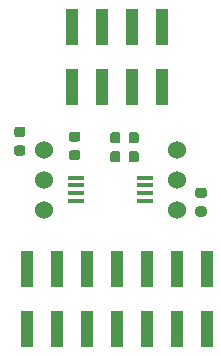
<source format=gbr>
G04 #@! TF.GenerationSoftware,KiCad,Pcbnew,5.1.12-84ad8e8a86~92~ubuntu20.04.1*
G04 #@! TF.CreationDate,2022-01-25T20:13:51-05:00*
G04 #@! TF.ProjectId,ABPDANT060MGAA5_sensor_module,41425044-414e-4543-9036-304d47414135,rev?*
G04 #@! TF.SameCoordinates,Original*
G04 #@! TF.FileFunction,Soldermask,Bot*
G04 #@! TF.FilePolarity,Negative*
%FSLAX46Y46*%
G04 Gerber Fmt 4.6, Leading zero omitted, Abs format (unit mm)*
G04 Created by KiCad (PCBNEW 5.1.12-84ad8e8a86~92~ubuntu20.04.1) date 2022-01-25 20:13:51*
%MOMM*%
%LPD*%
G01*
G04 APERTURE LIST*
%ADD10C,1.524000*%
%ADD11R,1.000000X3.150000*%
%ADD12R,1.450000X0.450000*%
G04 APERTURE END LIST*
D10*
X118095000Y-42490000D03*
X118095000Y-45030000D03*
X118095000Y-47570000D03*
X106845000Y-47570000D03*
X106845000Y-45030000D03*
X106845000Y-42490000D03*
G36*
G01*
X105021090Y-42941860D02*
X104508590Y-42941860D01*
G75*
G02*
X104289840Y-42723110I0J218750D01*
G01*
X104289840Y-42285610D01*
G75*
G02*
X104508590Y-42066860I218750J0D01*
G01*
X105021090Y-42066860D01*
G75*
G02*
X105239840Y-42285610I0J-218750D01*
G01*
X105239840Y-42723110D01*
G75*
G02*
X105021090Y-42941860I-218750J0D01*
G01*
G37*
G36*
G01*
X105021090Y-41366860D02*
X104508590Y-41366860D01*
G75*
G02*
X104289840Y-41148110I0J218750D01*
G01*
X104289840Y-40710610D01*
G75*
G02*
X104508590Y-40491860I218750J0D01*
G01*
X105021090Y-40491860D01*
G75*
G02*
X105239840Y-40710610I0J-218750D01*
G01*
X105239840Y-41148110D01*
G75*
G02*
X105021090Y-41366860I-218750J0D01*
G01*
G37*
G36*
G01*
X120357610Y-46525700D02*
X119845110Y-46525700D01*
G75*
G02*
X119626360Y-46306950I0J218750D01*
G01*
X119626360Y-45869450D01*
G75*
G02*
X119845110Y-45650700I218750J0D01*
G01*
X120357610Y-45650700D01*
G75*
G02*
X120576360Y-45869450I0J-218750D01*
G01*
X120576360Y-46306950D01*
G75*
G02*
X120357610Y-46525700I-218750J0D01*
G01*
G37*
G36*
G01*
X120357610Y-48100700D02*
X119845110Y-48100700D01*
G75*
G02*
X119626360Y-47881950I0J218750D01*
G01*
X119626360Y-47444450D01*
G75*
G02*
X119845110Y-47225700I218750J0D01*
G01*
X120357610Y-47225700D01*
G75*
G02*
X120576360Y-47444450I0J-218750D01*
G01*
X120576360Y-47881950D01*
G75*
G02*
X120357610Y-48100700I-218750J0D01*
G01*
G37*
G36*
G01*
X112396820Y-43286390D02*
X112396820Y-42773890D01*
G75*
G02*
X112615570Y-42555140I218750J0D01*
G01*
X113053070Y-42555140D01*
G75*
G02*
X113271820Y-42773890I0J-218750D01*
G01*
X113271820Y-43286390D01*
G75*
G02*
X113053070Y-43505140I-218750J0D01*
G01*
X112615570Y-43505140D01*
G75*
G02*
X112396820Y-43286390I0J218750D01*
G01*
G37*
G36*
G01*
X113971820Y-43286390D02*
X113971820Y-42773890D01*
G75*
G02*
X114190570Y-42555140I218750J0D01*
G01*
X114628070Y-42555140D01*
G75*
G02*
X114846820Y-42773890I0J-218750D01*
G01*
X114846820Y-43286390D01*
G75*
G02*
X114628070Y-43505140I-218750J0D01*
G01*
X114190570Y-43505140D01*
G75*
G02*
X113971820Y-43286390I0J218750D01*
G01*
G37*
G36*
G01*
X113971820Y-41676030D02*
X113971820Y-41163530D01*
G75*
G02*
X114190570Y-40944780I218750J0D01*
G01*
X114628070Y-40944780D01*
G75*
G02*
X114846820Y-41163530I0J-218750D01*
G01*
X114846820Y-41676030D01*
G75*
G02*
X114628070Y-41894780I-218750J0D01*
G01*
X114190570Y-41894780D01*
G75*
G02*
X113971820Y-41676030I0J218750D01*
G01*
G37*
G36*
G01*
X112396820Y-41676030D02*
X112396820Y-41163530D01*
G75*
G02*
X112615570Y-40944780I218750J0D01*
G01*
X113053070Y-40944780D01*
G75*
G02*
X113271820Y-41163530I0J-218750D01*
G01*
X113271820Y-41676030D01*
G75*
G02*
X113053070Y-41894780I-218750J0D01*
G01*
X112615570Y-41894780D01*
G75*
G02*
X112396820Y-41676030I0J218750D01*
G01*
G37*
D11*
X105330000Y-52555000D03*
X105330000Y-57605000D03*
X107870000Y-52555000D03*
X107870000Y-57605000D03*
X110410000Y-52555000D03*
X110410000Y-57605000D03*
X112950000Y-52555000D03*
X112950000Y-57605000D03*
X115490000Y-52555000D03*
X115490000Y-57605000D03*
X118030000Y-52555000D03*
X118030000Y-57605000D03*
X120570000Y-52555000D03*
X120570000Y-57605000D03*
X116770000Y-37105000D03*
X116770000Y-32055000D03*
X114230000Y-37105000D03*
X114230000Y-32055000D03*
X111690000Y-37105000D03*
X111690000Y-32055000D03*
X109150000Y-37105000D03*
X109150000Y-32055000D03*
D12*
X115398340Y-44793260D03*
X115398340Y-45443260D03*
X115398340Y-46093260D03*
X115398340Y-46743260D03*
X109498340Y-46743260D03*
X109498340Y-46093260D03*
X109498340Y-45443260D03*
X109498340Y-44793260D03*
G36*
G01*
X109651510Y-43340740D02*
X109139010Y-43340740D01*
G75*
G02*
X108920260Y-43121990I0J218750D01*
G01*
X108920260Y-42684490D01*
G75*
G02*
X109139010Y-42465740I218750J0D01*
G01*
X109651510Y-42465740D01*
G75*
G02*
X109870260Y-42684490I0J-218750D01*
G01*
X109870260Y-43121990D01*
G75*
G02*
X109651510Y-43340740I-218750J0D01*
G01*
G37*
G36*
G01*
X109651510Y-41765740D02*
X109139010Y-41765740D01*
G75*
G02*
X108920260Y-41546990I0J218750D01*
G01*
X108920260Y-41109490D01*
G75*
G02*
X109139010Y-40890740I218750J0D01*
G01*
X109651510Y-40890740D01*
G75*
G02*
X109870260Y-41109490I0J-218750D01*
G01*
X109870260Y-41546990D01*
G75*
G02*
X109651510Y-41765740I-218750J0D01*
G01*
G37*
M02*

</source>
